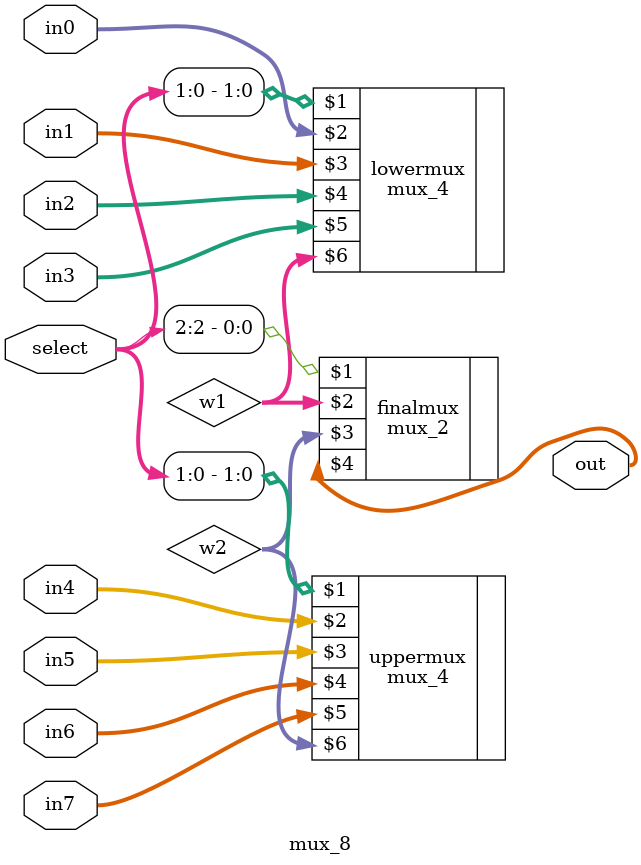
<source format=v>
module mux_8(select, in0, in1, in2, in3, in4, in5, in6, in7, out);
	
	input [2:0] select;
	input [31:0] in0, in1, in2, in3, in4, in5, in6, in7;
	output [31:0] out;
	
	wire [31:0] w1, w2;
	
	mux_4 lowermux(select[1:0], in0, in1, in2, in3, w1);
	mux_4 uppermux(select[1:0], in4, in5, in6, in7, w2);
	mux_2 finalmux(select[2], w1, w2, out);
endmodule
</source>
